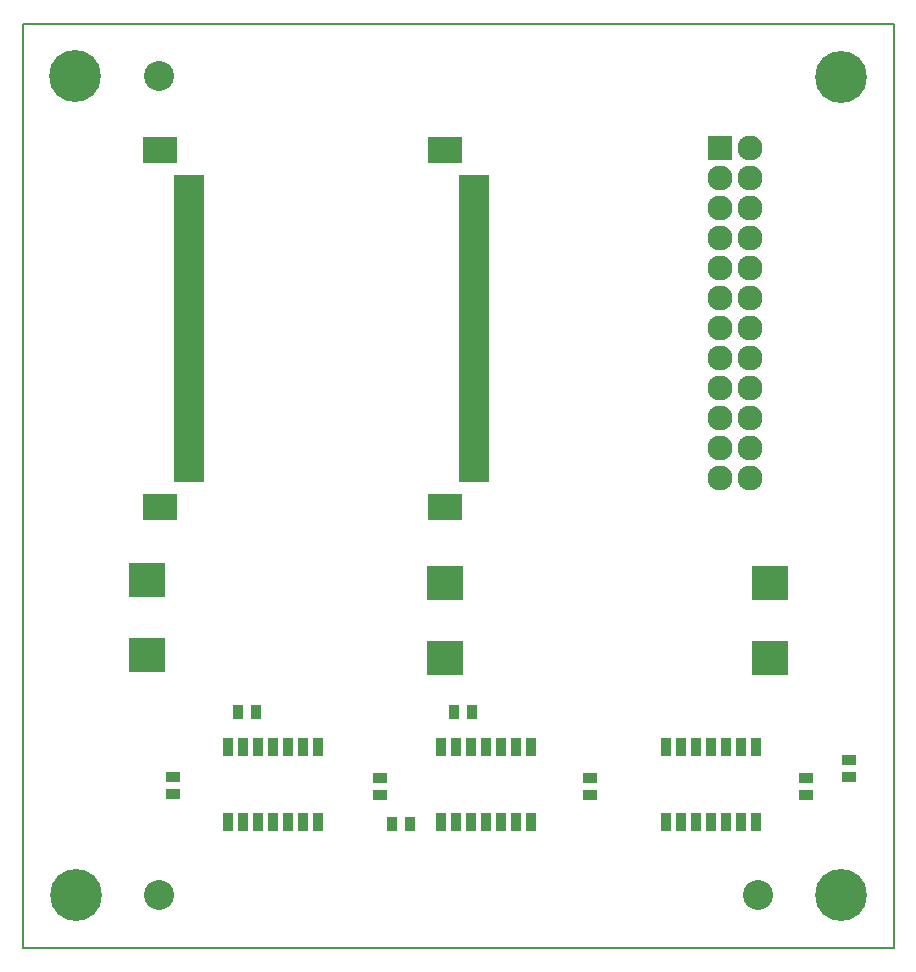
<source format=gbr>
G04 #@! TF.FileFunction,Soldermask,Top*
%FSLAX46Y46*%
G04 Gerber Fmt 4.6, Leading zero omitted, Abs format (unit mm)*
G04 Created by KiCad (PCBNEW 4.0.5+dfsg1-4~bpo8+1) date Thu Jun 29 19:36:04 2017*
%MOMM*%
%LPD*%
G01*
G04 APERTURE LIST*
%ADD10C,0.100000*%
%ADD11C,0.150000*%
%ADD12R,1.300000X0.900000*%
%ADD13R,2.127200X2.127200*%
%ADD14O,2.127200X2.127200*%
%ADD15R,2.600000X1.000000*%
%ADD16R,3.000000X2.200000*%
%ADD17R,0.908000X1.543000*%
%ADD18C,2.540000*%
%ADD19C,4.400000*%
%ADD20R,0.900000X1.300000*%
%ADD21R,3.100000X2.950000*%
G04 APERTURE END LIST*
D10*
D11*
X134500000Y-72000000D02*
X134500000Y-150250000D01*
X208250000Y-72000000D02*
X134500000Y-72000000D01*
X208250000Y-150250000D02*
X208250000Y-72000000D01*
X134500000Y-150250000D02*
X208250000Y-150250000D01*
D12*
X164719000Y-135822000D03*
X164719000Y-137322000D03*
D13*
X193500000Y-82500000D03*
D14*
X196040000Y-82500000D03*
X193500000Y-85040000D03*
X196040000Y-85040000D03*
X193500000Y-87580000D03*
X196040000Y-87580000D03*
X193500000Y-90120000D03*
X196040000Y-90120000D03*
X193500000Y-92660000D03*
X196040000Y-92660000D03*
X193500000Y-95200000D03*
X196040000Y-95200000D03*
X193500000Y-97740000D03*
X196040000Y-97740000D03*
X193500000Y-100280000D03*
X196040000Y-100280000D03*
X193500000Y-102820000D03*
X196040000Y-102820000D03*
X193500000Y-105360000D03*
X196040000Y-105360000D03*
X193500000Y-107900000D03*
X196040000Y-107900000D03*
X193500000Y-110440000D03*
X196040000Y-110440000D03*
D15*
X172680000Y-85290000D03*
X172680000Y-86290000D03*
X172680000Y-87290000D03*
X172680000Y-88290000D03*
X172680000Y-89290000D03*
X172680000Y-90290000D03*
X172680000Y-91290000D03*
X172680000Y-92290000D03*
X172680000Y-93290000D03*
X172680000Y-94290000D03*
X172680000Y-95290000D03*
X172680000Y-96290000D03*
X172680000Y-97290000D03*
X172680000Y-98290000D03*
X172680000Y-99290000D03*
X172680000Y-100290000D03*
X172680000Y-101290000D03*
X172680000Y-102290000D03*
X172680000Y-103290000D03*
X172680000Y-104290000D03*
X172680000Y-105290000D03*
X172680000Y-106290000D03*
X172680000Y-107290000D03*
X172680000Y-108290000D03*
X172680000Y-109290000D03*
X172680000Y-110290000D03*
D16*
X170280000Y-82690000D03*
X170280000Y-112890000D03*
D15*
X148550000Y-85290000D03*
X148550000Y-86290000D03*
X148550000Y-87290000D03*
X148550000Y-88290000D03*
X148550000Y-89290000D03*
X148550000Y-90290000D03*
X148550000Y-91290000D03*
X148550000Y-92290000D03*
X148550000Y-93290000D03*
X148550000Y-94290000D03*
X148550000Y-95290000D03*
X148550000Y-96290000D03*
X148550000Y-97290000D03*
X148550000Y-98290000D03*
X148550000Y-99290000D03*
X148550000Y-100290000D03*
X148550000Y-101290000D03*
X148550000Y-102290000D03*
X148550000Y-103290000D03*
X148550000Y-104290000D03*
X148550000Y-105290000D03*
X148550000Y-106290000D03*
X148550000Y-107290000D03*
X148550000Y-108290000D03*
X148550000Y-109290000D03*
X148550000Y-110290000D03*
D16*
X146150000Y-82690000D03*
X146150000Y-112890000D03*
D12*
X204470000Y-135798000D03*
X204470000Y-134298000D03*
D17*
X169926000Y-139620000D03*
X171196000Y-139620000D03*
X172466000Y-139620000D03*
X173736000Y-139620000D03*
X175006000Y-139620000D03*
X176276000Y-139620000D03*
X177546000Y-139620000D03*
X177546000Y-133270000D03*
X176276000Y-133270000D03*
X173736000Y-133270000D03*
X172466000Y-133270000D03*
X171196000Y-133270000D03*
X169926000Y-133270000D03*
X175006000Y-133270000D03*
X188976000Y-139620000D03*
X190246000Y-139620000D03*
X191516000Y-139620000D03*
X192786000Y-139620000D03*
X194056000Y-139620000D03*
X195326000Y-139620000D03*
X196596000Y-139620000D03*
X196596000Y-133270000D03*
X195326000Y-133270000D03*
X192786000Y-133270000D03*
X191516000Y-133270000D03*
X190246000Y-133270000D03*
X188976000Y-133270000D03*
X194056000Y-133270000D03*
X151892000Y-139620000D03*
X153162000Y-139620000D03*
X154432000Y-139620000D03*
X155702000Y-139620000D03*
X156972000Y-139620000D03*
X158242000Y-139620000D03*
X159512000Y-139620000D03*
X159512000Y-133270000D03*
X158242000Y-133270000D03*
X155702000Y-133270000D03*
X154432000Y-133270000D03*
X153162000Y-133270000D03*
X151892000Y-133270000D03*
X156972000Y-133270000D03*
D12*
X182499000Y-135822000D03*
X182499000Y-137322000D03*
X200787000Y-135822000D03*
X200787000Y-137322000D03*
D18*
X146000000Y-145750000D03*
X146050000Y-76454000D03*
X196750000Y-145750000D03*
D19*
X138938000Y-76454000D03*
X139000000Y-145750000D03*
X203750000Y-145750000D03*
X203750000Y-76500000D03*
D20*
X171000000Y-130250000D03*
X172500000Y-130250000D03*
X152750000Y-130250000D03*
X154250000Y-130250000D03*
X165750000Y-139750000D03*
X167250000Y-139750000D03*
D12*
X147250000Y-135750000D03*
X147250000Y-137250000D03*
D21*
X197750000Y-125675000D03*
X197750000Y-119325000D03*
X170250000Y-125675000D03*
X170250000Y-119325000D03*
X145000000Y-125425000D03*
X145000000Y-119075000D03*
M02*

</source>
